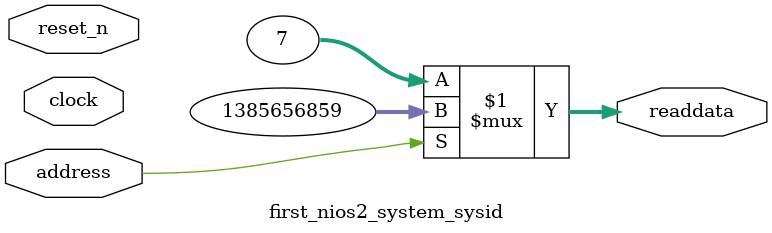
<source format=v>

`timescale 1ns / 1ps
// synthesis translate_on

// turn off superfluous verilog processor warnings 
// altera message_level Level1 
// altera message_off 10034 10035 10036 10037 10230 10240 10030 

module first_nios2_system_sysid (
               // inputs:
                address,
                clock,
                reset_n,

               // outputs:
                readdata
             )
;

  output  [ 31: 0] readdata;
  input            address;
  input            clock;
  input            reset_n;

  wire    [ 31: 0] readdata;
  //control_slave, which is an e_avalon_slave
  assign readdata = address ? 1385656859 : 7;

endmodule




</source>
